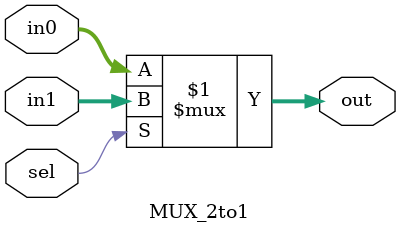
<source format=v>

module MUX_2to1(in0, in1, sel, out);

		input sel ;
		input [31:0] in0, in1 ;
		output [31:0] out ;
		
		assign out = (sel) ? in1 : in0 ;

endmodule

</source>
